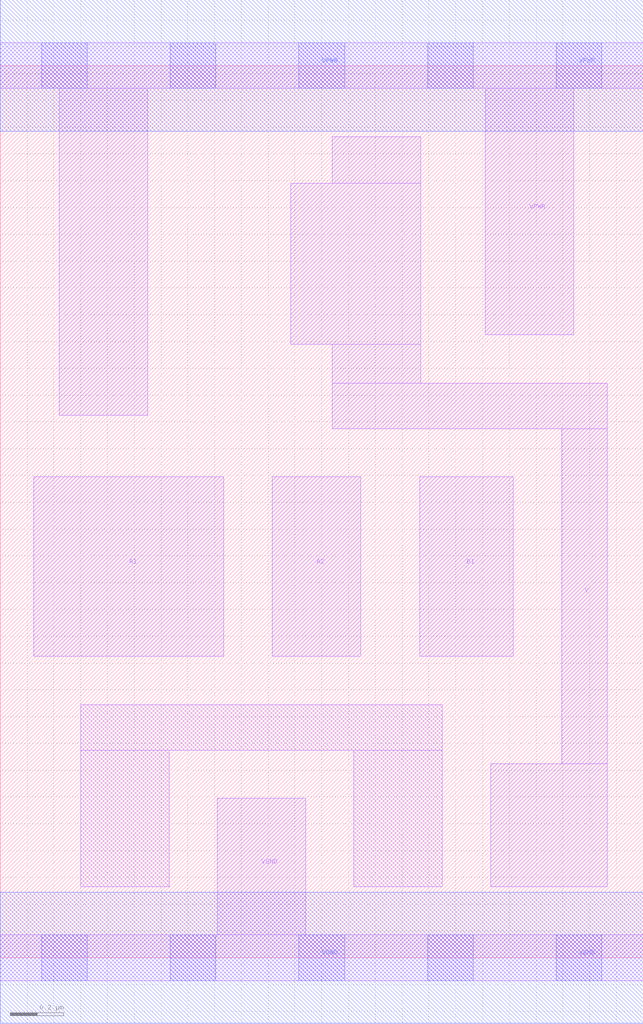
<source format=lef>
# Copyright 2020 The SkyWater PDK Authors
#
# Licensed under the Apache License, Version 2.0 (the "License");
# you may not use this file except in compliance with the License.
# You may obtain a copy of the License at
#
#     https://www.apache.org/licenses/LICENSE-2.0
#
# Unless required by applicable law or agreed to in writing, software
# distributed under the License is distributed on an "AS IS" BASIS,
# WITHOUT WARRANTIES OR CONDITIONS OF ANY KIND, either express or implied.
# See the License for the specific language governing permissions and
# limitations under the License.
#
# SPDX-License-Identifier: Apache-2.0

VERSION 5.7 ;
  NAMESCASESENSITIVE ON ;
  NOWIREEXTENSIONATPIN ON ;
  DIVIDERCHAR "/" ;
  BUSBITCHARS "[]" ;
UNITS
  DATABASE MICRONS 200 ;
END UNITS
MACRO sky130_fd_sc_lp__o21ai_lp
  CLASS CORE ;
  SOURCE USER ;
  FOREIGN sky130_fd_sc_lp__o21ai_lp ;
  ORIGIN  0.000000  0.000000 ;
  SIZE  2.400000 BY  3.330000 ;
  SYMMETRY X Y R90 ;
  SITE unit ;
  PIN A1
    ANTENNAGATEAREA  0.313000 ;
    DIRECTION INPUT ;
    USE SIGNAL ;
    PORT
      LAYER li1 ;
        RECT 0.125000 1.125000 0.835000 1.795000 ;
    END
  END A1
  PIN A2
    ANTENNAGATEAREA  0.313000 ;
    DIRECTION INPUT ;
    USE SIGNAL ;
    PORT
      LAYER li1 ;
        RECT 1.015000 1.125000 1.345000 1.795000 ;
    END
  END A2
  PIN B1
    ANTENNAGATEAREA  0.313000 ;
    DIRECTION INPUT ;
    USE SIGNAL ;
    PORT
      LAYER li1 ;
        RECT 1.565000 1.125000 1.915000 1.795000 ;
    END
  END B1
  PIN Y
    ANTENNADIFFAREA  0.473300 ;
    DIRECTION OUTPUT ;
    USE SIGNAL ;
    PORT
      LAYER li1 ;
        RECT 1.085000 2.290000 1.570000 2.890000 ;
        RECT 1.240000 1.975000 2.265000 2.145000 ;
        RECT 1.240000 2.145000 1.570000 2.290000 ;
        RECT 1.240000 2.890000 1.570000 3.065000 ;
        RECT 1.830000 0.265000 2.265000 0.725000 ;
        RECT 2.095000 0.725000 2.265000 1.975000 ;
    END
  END Y
  PIN VGND
    DIRECTION INOUT ;
    USE GROUND ;
    PORT
      LAYER li1 ;
        RECT 0.000000 -0.085000 2.400000 0.085000 ;
        RECT 0.810000  0.085000 1.140000 0.595000 ;
      LAYER mcon ;
        RECT 0.155000 -0.085000 0.325000 0.085000 ;
        RECT 0.635000 -0.085000 0.805000 0.085000 ;
        RECT 1.115000 -0.085000 1.285000 0.085000 ;
        RECT 1.595000 -0.085000 1.765000 0.085000 ;
        RECT 2.075000 -0.085000 2.245000 0.085000 ;
      LAYER met1 ;
        RECT 0.000000 -0.245000 2.400000 0.245000 ;
    END
  END VGND
  PIN VPWR
    DIRECTION INOUT ;
    USE POWER ;
    PORT
      LAYER li1 ;
        RECT 0.000000 3.245000 2.400000 3.415000 ;
        RECT 0.220000 2.025000 0.550000 3.245000 ;
        RECT 1.810000 2.325000 2.140000 3.245000 ;
      LAYER mcon ;
        RECT 0.155000 3.245000 0.325000 3.415000 ;
        RECT 0.635000 3.245000 0.805000 3.415000 ;
        RECT 1.115000 3.245000 1.285000 3.415000 ;
        RECT 1.595000 3.245000 1.765000 3.415000 ;
        RECT 2.075000 3.245000 2.245000 3.415000 ;
      LAYER met1 ;
        RECT 0.000000 3.085000 2.400000 3.575000 ;
    END
  END VPWR
  OBS
    LAYER li1 ;
      RECT 0.300000 0.265000 0.630000 0.775000 ;
      RECT 0.300000 0.775000 1.650000 0.945000 ;
      RECT 1.320000 0.265000 1.650000 0.775000 ;
  END
END sky130_fd_sc_lp__o21ai_lp

</source>
